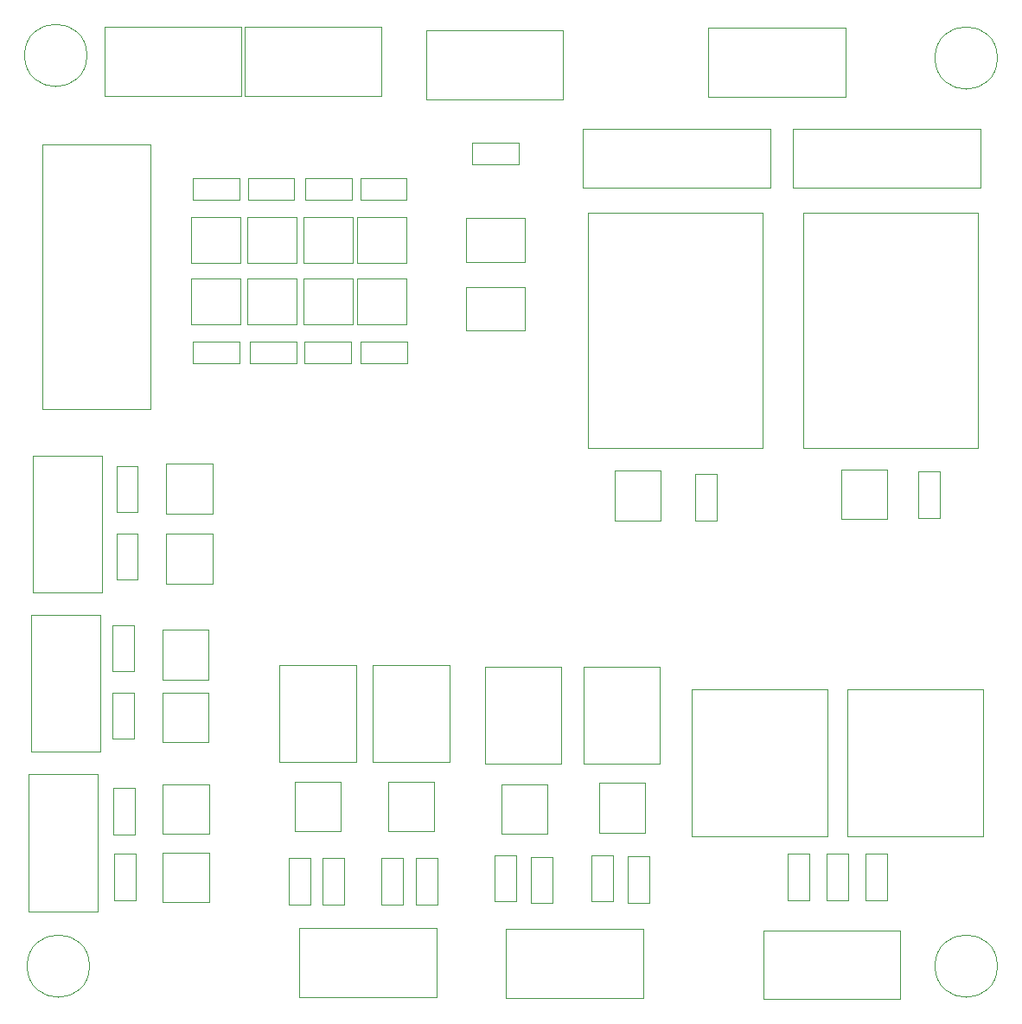
<source format=gbr>
%TF.GenerationSoftware,KiCad,Pcbnew,6.0.7-f9a2dced07~116~ubuntu20.04.1*%
%TF.CreationDate,2022-07-30T14:53:07+01:00*%
%TF.ProjectId,testing_board,74657374-696e-4675-9f62-6f6172642e6b,rev?*%
%TF.SameCoordinates,Original*%
%TF.FileFunction,Other,User*%
%FSLAX46Y46*%
G04 Gerber Fmt 4.6, Leading zero omitted, Abs format (unit mm)*
G04 Created by KiCad (PCBNEW 6.0.7-f9a2dced07~116~ubuntu20.04.1) date 2022-07-30 14:53:07*
%MOMM*%
%LPD*%
G01*
G04 APERTURE LIST*
%ADD10C,0.050000*%
G04 APERTURE END LIST*
D10*
%TO.C,H4*%
X133860000Y-114300000D02*
G75*
G03*
X133860000Y-114300000I-3050000J0D01*
G01*
%TO.C,H3*%
X44960000Y-114300000D02*
G75*
G03*
X44960000Y-114300000I-3050000J0D01*
G01*
%TO.C,H2*%
X133860000Y-25400000D02*
G75*
G03*
X133860000Y-25400000I-3050000J0D01*
G01*
%TO.C,H1*%
X44706000Y-25146000D02*
G75*
G03*
X44706000Y-25146000I-3050000J0D01*
G01*
%TO.C,D1*%
X94849000Y-96376000D02*
X94849000Y-101226000D01*
X94849000Y-101226000D02*
X99349000Y-101226000D01*
X99349000Y-101226000D02*
X99349000Y-96376000D01*
X99349000Y-96376000D02*
X94849000Y-96376000D01*
%TO.C,D3*%
X74228000Y-101118000D02*
X78728000Y-101118000D01*
X78728000Y-96268000D02*
X74228000Y-96268000D01*
X74228000Y-96268000D02*
X74228000Y-101118000D01*
X78728000Y-101118000D02*
X78728000Y-96268000D01*
%TO.C,D4*%
X56596000Y-81403000D02*
X52096000Y-81403000D01*
X52096000Y-81403000D02*
X52096000Y-86253000D01*
X56596000Y-86253000D02*
X56596000Y-81403000D01*
X52096000Y-86253000D02*
X56596000Y-86253000D01*
%TO.C,D5*%
X52096000Y-92404000D02*
X56596000Y-92404000D01*
X52096000Y-87554000D02*
X52096000Y-92404000D01*
X56596000Y-92404000D02*
X56596000Y-87554000D01*
X56596000Y-87554000D02*
X52096000Y-87554000D01*
%TO.C,D6*%
X52487000Y-65134000D02*
X52487000Y-69984000D01*
X56987000Y-65134000D02*
X52487000Y-65134000D01*
X56987000Y-69984000D02*
X56987000Y-65134000D01*
X52487000Y-69984000D02*
X56987000Y-69984000D01*
%TO.C,D7*%
X56987000Y-71992000D02*
X52487000Y-71992000D01*
X52487000Y-71992000D02*
X52487000Y-76842000D01*
X56987000Y-76842000D02*
X56987000Y-71992000D01*
X52487000Y-76842000D02*
X56987000Y-76842000D01*
%TO.C,D8*%
X69584000Y-96268000D02*
X65084000Y-96268000D01*
X65084000Y-96268000D02*
X65084000Y-101118000D01*
X65084000Y-101118000D02*
X69584000Y-101118000D01*
X69584000Y-101118000D02*
X69584000Y-96268000D01*
%TO.C,D9*%
X71150000Y-40950000D02*
X71150000Y-45450000D01*
X76000000Y-45450000D02*
X76000000Y-40950000D01*
X71150000Y-45450000D02*
X76000000Y-45450000D01*
X76000000Y-40950000D02*
X71150000Y-40950000D01*
%TO.C,D10*%
X70725000Y-40950000D02*
X65875000Y-40950000D01*
X70725000Y-45450000D02*
X70725000Y-40950000D01*
X65875000Y-45450000D02*
X70725000Y-45450000D01*
X65875000Y-40950000D02*
X65875000Y-45450000D01*
%TO.C,D11*%
X60375000Y-40950000D02*
X60375000Y-45450000D01*
X65225000Y-40950000D02*
X60375000Y-40950000D01*
X65225000Y-45450000D02*
X65225000Y-40950000D01*
X60375000Y-45450000D02*
X65225000Y-45450000D01*
%TO.C,D12*%
X54900000Y-40950000D02*
X54900000Y-45450000D01*
X59750000Y-45450000D02*
X59750000Y-40950000D01*
X59750000Y-40950000D02*
X54900000Y-40950000D01*
X54900000Y-45450000D02*
X59750000Y-45450000D01*
%TO.C,D13*%
X56650000Y-101350000D02*
X56650000Y-96500000D01*
X52150000Y-96500000D02*
X52150000Y-101350000D01*
X56650000Y-96500000D02*
X52150000Y-96500000D01*
X52150000Y-101350000D02*
X56650000Y-101350000D01*
%TO.C,D14*%
X52150000Y-103175000D02*
X52150000Y-108025000D01*
X52150000Y-108025000D02*
X56650000Y-108025000D01*
X56650000Y-103175000D02*
X52150000Y-103175000D01*
X56650000Y-108025000D02*
X56650000Y-103175000D01*
%TO.C,D15*%
X71125000Y-46950000D02*
X71125000Y-51450000D01*
X75975000Y-51450000D02*
X75975000Y-46950000D01*
X71125000Y-51450000D02*
X75975000Y-51450000D01*
X75975000Y-46950000D02*
X71125000Y-46950000D01*
%TO.C,D16*%
X70725000Y-46950000D02*
X65875000Y-46950000D01*
X65875000Y-46950000D02*
X65875000Y-51450000D01*
X70725000Y-51450000D02*
X70725000Y-46950000D01*
X65875000Y-51450000D02*
X70725000Y-51450000D01*
%TO.C,D17*%
X60375000Y-46950000D02*
X60375000Y-51450000D01*
X60375000Y-51450000D02*
X65225000Y-51450000D01*
X65225000Y-46950000D02*
X60375000Y-46950000D01*
X65225000Y-51450000D02*
X65225000Y-46950000D01*
%TO.C,D18*%
X59725000Y-51450000D02*
X59725000Y-46950000D01*
X54875000Y-46950000D02*
X54875000Y-51450000D01*
X54875000Y-51450000D02*
X59725000Y-51450000D01*
X59725000Y-46950000D02*
X54875000Y-46950000D01*
%TO.C,J1*%
X85767000Y-117438000D02*
X99167000Y-117438000D01*
X85767000Y-110688000D02*
X85767000Y-117438000D01*
X99167000Y-117438000D02*
X99167000Y-110688000D01*
X99167000Y-110688000D02*
X85767000Y-110688000D01*
%TO.C,J2*%
X78927000Y-110561000D02*
X65527000Y-110561000D01*
X65527000Y-110561000D02*
X65527000Y-117311000D01*
X65527000Y-117311000D02*
X78927000Y-117311000D01*
X78927000Y-117311000D02*
X78927000Y-110561000D01*
%TO.C,J3*%
X46020000Y-79922000D02*
X39270000Y-79922000D01*
X39270000Y-93322000D02*
X46020000Y-93322000D01*
X39270000Y-79922000D02*
X39270000Y-93322000D01*
X46020000Y-93322000D02*
X46020000Y-79922000D01*
%TO.C,J4*%
X39407000Y-77760000D02*
X46157000Y-77760000D01*
X46157000Y-64360000D02*
X39407000Y-64360000D01*
X46157000Y-77760000D02*
X46157000Y-64360000D01*
X39407000Y-64360000D02*
X39407000Y-77760000D01*
%TO.C,J5*%
X110919999Y-110807999D02*
X110919999Y-117557999D01*
X124319999Y-110807999D02*
X110919999Y-110807999D01*
X124319999Y-117557999D02*
X124319999Y-110807999D01*
X110919999Y-117557999D02*
X124319999Y-117557999D01*
%TO.C,R1*%
X99800000Y-108111000D02*
X99800000Y-103571000D01*
X97700000Y-103571000D02*
X97700000Y-108111000D01*
X97700000Y-108111000D02*
X99800000Y-108111000D01*
X99800000Y-103571000D02*
X97700000Y-103571000D01*
%TO.C,R2*%
X90275000Y-103598000D02*
X88175000Y-103598000D01*
X90275000Y-108138000D02*
X90275000Y-103598000D01*
X88175000Y-108138000D02*
X90275000Y-108138000D01*
X88175000Y-103598000D02*
X88175000Y-108138000D01*
%TO.C,R3*%
X76952000Y-103744000D02*
X76952000Y-108284000D01*
X79052000Y-103744000D02*
X76952000Y-103744000D01*
X79052000Y-108284000D02*
X79052000Y-103744000D01*
X76952000Y-108284000D02*
X79052000Y-108284000D01*
%TO.C,R4*%
X49300000Y-85446000D02*
X49300000Y-80906000D01*
X47200000Y-85446000D02*
X49300000Y-85446000D01*
X47200000Y-80906000D02*
X47200000Y-85446000D01*
X49300000Y-80906000D02*
X47200000Y-80906000D01*
%TO.C,R5*%
X47200000Y-92050000D02*
X49300000Y-92050000D01*
X49300000Y-87510000D02*
X47200000Y-87510000D01*
X47200000Y-87510000D02*
X47200000Y-92050000D01*
X49300000Y-92050000D02*
X49300000Y-87510000D01*
%TO.C,R6*%
X49691000Y-65344000D02*
X47591000Y-65344000D01*
X49691000Y-69884000D02*
X49691000Y-65344000D01*
X47591000Y-69884000D02*
X49691000Y-69884000D01*
X47591000Y-65344000D02*
X47591000Y-69884000D01*
%TO.C,R7*%
X47591000Y-71948000D02*
X47591000Y-76488000D01*
X49691000Y-76488000D02*
X49691000Y-71948000D01*
X47591000Y-76488000D02*
X49691000Y-76488000D01*
X49691000Y-71948000D02*
X47591000Y-71948000D01*
%TO.C,R8*%
X96244000Y-103444000D02*
X94144000Y-103444000D01*
X94144000Y-107984000D02*
X96244000Y-107984000D01*
X96244000Y-107984000D02*
X96244000Y-103444000D01*
X94144000Y-103444000D02*
X94144000Y-107984000D01*
%TO.C,R9*%
X73523000Y-103717000D02*
X73523000Y-108257000D01*
X75623000Y-103717000D02*
X73523000Y-103717000D01*
X73523000Y-108257000D02*
X75623000Y-108257000D01*
X75623000Y-108257000D02*
X75623000Y-103717000D01*
%TO.C,R10*%
X64506000Y-103717000D02*
X64506000Y-108257000D01*
X66606000Y-108257000D02*
X66606000Y-103717000D01*
X66606000Y-103717000D02*
X64506000Y-103717000D01*
X64506000Y-108257000D02*
X66606000Y-108257000D01*
%TO.C,R11*%
X67808000Y-108257000D02*
X69908000Y-108257000D01*
X67808000Y-103717000D02*
X67808000Y-108257000D01*
X69908000Y-103717000D02*
X67808000Y-103717000D01*
X69908000Y-108257000D02*
X69908000Y-103717000D01*
%TO.C,R12*%
X86719000Y-103444000D02*
X84619000Y-103444000D01*
X86719000Y-107984000D02*
X86719000Y-103444000D01*
X84619000Y-103444000D02*
X84619000Y-107984000D01*
X84619000Y-107984000D02*
X86719000Y-107984000D01*
%TO.C,R13*%
X71480000Y-37150000D02*
X71480000Y-39250000D01*
X71480000Y-39250000D02*
X76020000Y-39250000D01*
X76020000Y-37150000D02*
X71480000Y-37150000D01*
X76020000Y-39250000D02*
X76020000Y-37150000D01*
%TO.C,R14*%
X70620000Y-39250000D02*
X70620000Y-37150000D01*
X66080000Y-37150000D02*
X66080000Y-39250000D01*
X66080000Y-39250000D02*
X70620000Y-39250000D01*
X70620000Y-37150000D02*
X66080000Y-37150000D01*
%TO.C,R15*%
X65020000Y-39250000D02*
X65020000Y-37150000D01*
X60480000Y-39250000D02*
X65020000Y-39250000D01*
X65020000Y-37150000D02*
X60480000Y-37150000D01*
X60480000Y-37150000D02*
X60480000Y-39250000D01*
%TO.C,R16*%
X59620000Y-37150000D02*
X55080000Y-37150000D01*
X55080000Y-39250000D02*
X59620000Y-39250000D01*
X59620000Y-39250000D02*
X59620000Y-37150000D01*
X55080000Y-37150000D02*
X55080000Y-39250000D01*
%TO.C,R17*%
X117137999Y-103309999D02*
X117137999Y-107849999D01*
X119237999Y-103309999D02*
X117137999Y-103309999D01*
X119237999Y-107849999D02*
X119237999Y-103309999D01*
X117137999Y-107849999D02*
X119237999Y-107849999D01*
%TO.C,R18*%
X87000000Y-33675000D02*
X82460000Y-33675000D01*
X87000000Y-35775000D02*
X87000000Y-33675000D01*
X82460000Y-33675000D02*
X82460000Y-35775000D01*
X82460000Y-35775000D02*
X87000000Y-35775000D01*
%TO.C,R19*%
X115427999Y-103309999D02*
X113327999Y-103309999D01*
X113327999Y-107849999D02*
X115427999Y-107849999D01*
X113327999Y-103309999D02*
X113327999Y-107849999D01*
X115427999Y-107849999D02*
X115427999Y-103309999D01*
%TO.C,R20*%
X104306000Y-66164000D02*
X104306000Y-70704000D01*
X106406000Y-66164000D02*
X104306000Y-66164000D01*
X106406000Y-70704000D02*
X106406000Y-66164000D01*
X104306000Y-70704000D02*
X106406000Y-70704000D01*
%TO.C,R21*%
X49450000Y-107850000D02*
X49450000Y-103310000D01*
X49450000Y-103310000D02*
X47350000Y-103310000D01*
X47350000Y-103310000D02*
X47350000Y-107850000D01*
X47350000Y-107850000D02*
X49450000Y-107850000D01*
%TO.C,R22*%
X76070000Y-53150000D02*
X71530000Y-53150000D01*
X71530000Y-55250000D02*
X76070000Y-55250000D01*
X71530000Y-53150000D02*
X71530000Y-55250000D01*
X76070000Y-55250000D02*
X76070000Y-53150000D01*
%TO.C,R23*%
X70570000Y-55250000D02*
X70570000Y-53150000D01*
X66030000Y-53150000D02*
X66030000Y-55250000D01*
X70570000Y-53150000D02*
X66030000Y-53150000D01*
X66030000Y-55250000D02*
X70570000Y-55250000D01*
%TO.C,R24*%
X65220000Y-53150000D02*
X60680000Y-53150000D01*
X60680000Y-55250000D02*
X65220000Y-55250000D01*
X60680000Y-53150000D02*
X60680000Y-55250000D01*
X65220000Y-55250000D02*
X65220000Y-53150000D01*
%TO.C,R25*%
X55080000Y-53150000D02*
X55080000Y-55250000D01*
X59620000Y-53150000D02*
X55080000Y-53150000D01*
X59620000Y-55250000D02*
X59620000Y-53150000D01*
X55080000Y-55250000D02*
X59620000Y-55250000D01*
%TO.C,RV1*%
X132497999Y-101599999D02*
X132497999Y-87199999D01*
X119197999Y-101599999D02*
X132497999Y-101599999D01*
X119197999Y-87199999D02*
X119197999Y-101599999D01*
X132497999Y-87199999D02*
X119197999Y-87199999D01*
%TO.C,RV2*%
X117257999Y-101599999D02*
X117257999Y-87199999D01*
X103957999Y-87199999D02*
X103957999Y-101599999D01*
X103957999Y-101599999D02*
X117257999Y-101599999D01*
X117257999Y-87199999D02*
X103957999Y-87199999D01*
%TO.C,SW1*%
X100813000Y-94464000D02*
X100813000Y-94214000D01*
X93563000Y-94464000D02*
X93313000Y-94464000D01*
X93313000Y-94464000D02*
X93313000Y-94214000D01*
X93313000Y-85214000D02*
X93313000Y-84964000D01*
X100813000Y-84964000D02*
X100563000Y-84964000D01*
X100563000Y-94464000D02*
X100813000Y-94464000D01*
X93563000Y-84964000D02*
X100563000Y-84964000D01*
X100813000Y-85214000D02*
X100813000Y-84964000D01*
X100813000Y-85214000D02*
X100813000Y-94214000D01*
X100563000Y-94464000D02*
X93563000Y-94464000D01*
X93313000Y-94214000D02*
X93313000Y-85214000D01*
X93313000Y-84964000D02*
X93563000Y-84964000D01*
%TO.C,SW2*%
X90911000Y-94464000D02*
X91161000Y-94464000D01*
X90911000Y-94464000D02*
X83911000Y-94464000D01*
X83661000Y-84964000D02*
X83911000Y-84964000D01*
X83911000Y-94464000D02*
X83661000Y-94464000D01*
X83661000Y-85214000D02*
X83661000Y-84964000D01*
X83911000Y-84964000D02*
X90911000Y-84964000D01*
X91161000Y-84964000D02*
X90911000Y-84964000D01*
X83661000Y-94464000D02*
X83661000Y-94214000D01*
X91161000Y-85214000D02*
X91161000Y-84964000D01*
X91161000Y-85214000D02*
X91161000Y-94214000D01*
X91161000Y-94464000D02*
X91161000Y-94214000D01*
X83661000Y-94214000D02*
X83661000Y-85214000D01*
%TO.C,SW3*%
X80192000Y-85106000D02*
X80192000Y-84856000D01*
X72692000Y-85106000D02*
X72692000Y-84856000D01*
X72942000Y-94356000D02*
X72692000Y-94356000D01*
X72942000Y-84856000D02*
X79942000Y-84856000D01*
X72692000Y-94106000D02*
X72692000Y-85106000D01*
X79942000Y-94356000D02*
X72942000Y-94356000D01*
X80192000Y-85106000D02*
X80192000Y-94106000D01*
X79942000Y-94356000D02*
X80192000Y-94356000D01*
X80192000Y-94356000D02*
X80192000Y-94106000D01*
X72692000Y-94356000D02*
X72692000Y-94106000D01*
X72692000Y-84856000D02*
X72942000Y-84856000D01*
X80192000Y-84856000D02*
X79942000Y-84856000D01*
%TO.C,SW4*%
X63548000Y-94106000D02*
X63548000Y-85106000D01*
X71048000Y-85106000D02*
X71048000Y-94106000D01*
X71048000Y-84856000D02*
X70798000Y-84856000D01*
X63798000Y-84856000D02*
X70798000Y-84856000D01*
X63548000Y-94356000D02*
X63548000Y-94106000D01*
X70798000Y-94356000D02*
X63798000Y-94356000D01*
X63548000Y-84856000D02*
X63798000Y-84856000D01*
X71048000Y-94356000D02*
X71048000Y-94106000D01*
X63548000Y-85106000D02*
X63548000Y-84856000D01*
X63798000Y-94356000D02*
X63548000Y-94356000D01*
X71048000Y-85106000D02*
X71048000Y-84856000D01*
X70798000Y-94356000D02*
X71048000Y-94356000D01*
%TO.C,U1*%
X81830000Y-41100000D02*
X81830000Y-45350000D01*
X87630000Y-45350000D02*
X81830000Y-45350000D01*
X87630000Y-41100000D02*
X87630000Y-45350000D01*
X87630000Y-41100000D02*
X81830000Y-41100000D01*
%TO.C,U2*%
X87630000Y-52100000D02*
X81830000Y-52100000D01*
X81830000Y-47850000D02*
X81830000Y-52100000D01*
X87630000Y-47850000D02*
X87630000Y-52100000D01*
X87630000Y-47850000D02*
X81830000Y-47850000D01*
%TO.C,J16*%
X91350000Y-22700000D02*
X77950000Y-22700000D01*
X77950000Y-22700000D02*
X77950000Y-29450000D01*
X91350000Y-29450000D02*
X91350000Y-22700000D01*
X77950000Y-29450000D02*
X91350000Y-29450000D01*
%TO.C,R26*%
X123047999Y-107849999D02*
X123047999Y-103309999D01*
X120947999Y-103309999D02*
X120947999Y-107849999D01*
X120947999Y-107849999D02*
X123047999Y-107849999D01*
X123047999Y-103309999D02*
X120947999Y-103309999D01*
%TO.C,D2*%
X89824000Y-101353000D02*
X89824000Y-96503000D01*
X89824000Y-96503000D02*
X85324000Y-96503000D01*
X85324000Y-101353000D02*
X89824000Y-101353000D01*
X85324000Y-96503000D02*
X85324000Y-101353000D01*
%TO.C,D21*%
X123100000Y-65700000D02*
X118600000Y-65700000D01*
X118600000Y-65700000D02*
X118600000Y-70550000D01*
X123100000Y-70550000D02*
X123100000Y-65700000D01*
X118600000Y-70550000D02*
X123100000Y-70550000D01*
%TO.C,D22*%
X100875000Y-70677000D02*
X100875000Y-65827000D01*
X100875000Y-65827000D02*
X96375000Y-65827000D01*
X96375000Y-65827000D02*
X96375000Y-70677000D01*
X96375000Y-70677000D02*
X100875000Y-70677000D01*
%TO.C,J7*%
X59846000Y-29139000D02*
X59846000Y-22389000D01*
X46446000Y-29139000D02*
X59846000Y-29139000D01*
X59846000Y-22389000D02*
X46446000Y-22389000D01*
X46446000Y-22389000D02*
X46446000Y-29139000D01*
%TO.C,J8*%
X73562000Y-29139000D02*
X73562000Y-22389000D01*
X60162000Y-22389000D02*
X60162000Y-29139000D01*
X73562000Y-22389000D02*
X60162000Y-22389000D01*
X60162000Y-29139000D02*
X73562000Y-29139000D01*
%TO.C,J9*%
X118974000Y-22447000D02*
X105574000Y-22447000D01*
X118974000Y-29197000D02*
X118974000Y-22447000D01*
X105574000Y-29197000D02*
X118974000Y-29197000D01*
X105574000Y-22447000D02*
X105574000Y-29197000D01*
%TO.C,R27*%
X47326000Y-96898000D02*
X47326000Y-101438000D01*
X47326000Y-101438000D02*
X49426000Y-101438000D01*
X49426000Y-101438000D02*
X49426000Y-96898000D01*
X49426000Y-96898000D02*
X47326000Y-96898000D01*
%TO.C,R28*%
X126150000Y-70450000D02*
X128250000Y-70450000D01*
X128250000Y-70450000D02*
X128250000Y-65910000D01*
X128250000Y-65910000D02*
X126150000Y-65910000D01*
X126150000Y-65910000D02*
X126150000Y-70450000D01*
%TO.C,RLY1*%
X131940000Y-40515000D02*
X114840000Y-40515000D01*
X131940000Y-40515000D02*
X131940000Y-63615000D01*
X114840000Y-63615000D02*
X114840000Y-40515000D01*
X131940000Y-63615000D02*
X114840000Y-63615000D01*
%TO.C,RLY2*%
X110858000Y-63615000D02*
X93758000Y-63615000D01*
X93758000Y-63615000D02*
X93758000Y-40515000D01*
X110858000Y-40515000D02*
X110858000Y-63615000D01*
X110858000Y-40515000D02*
X93758000Y-40515000D01*
%TO.C,U3*%
X50900000Y-33850000D02*
X40350000Y-33850000D01*
X40350000Y-33850000D02*
X40350000Y-59800000D01*
X50900000Y-59800000D02*
X50900000Y-33850000D01*
X40350000Y-59800000D02*
X50900000Y-59800000D01*
%TO.C,J6*%
X39015000Y-95533000D02*
X39015000Y-108933000D01*
X39015000Y-108933000D02*
X45765000Y-108933000D01*
X45765000Y-95533000D02*
X39015000Y-95533000D01*
X45765000Y-108933000D02*
X45765000Y-95533000D01*
%TO.C,D19*%
X113839000Y-38137000D02*
X132179000Y-38137000D01*
X132179000Y-38137000D02*
X132179000Y-32337000D01*
X113839000Y-32337000D02*
X113839000Y-38137000D01*
X132179000Y-32337000D02*
X113839000Y-32337000D01*
%TO.C,D20*%
X111605000Y-38137000D02*
X111605000Y-32337000D01*
X93265000Y-38137000D02*
X111605000Y-38137000D01*
X93265000Y-32337000D02*
X93265000Y-38137000D01*
X111605000Y-32337000D02*
X93265000Y-32337000D01*
%TD*%
M02*

</source>
